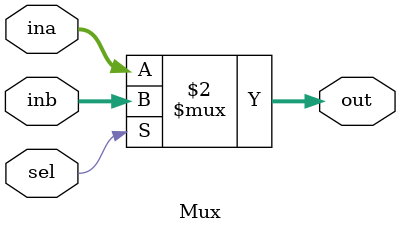
<source format=v>
`ifndef __MUX_V__
`define __MUX_V__

module Mux # ( // mux 2 to 1
	parameter DATA_LENGTH = 8
	)	(
	input wire sel,
	input wire [DATA_LENGTH-1:0] ina,
	input wire [DATA_LENGTH-1:0] inb,
	output wire [DATA_LENGTH-1:0] out
	);

	assign out = (sel == 0) ? ina : inb;

endmodule

`endif /*__MUX_V__*/

</source>
